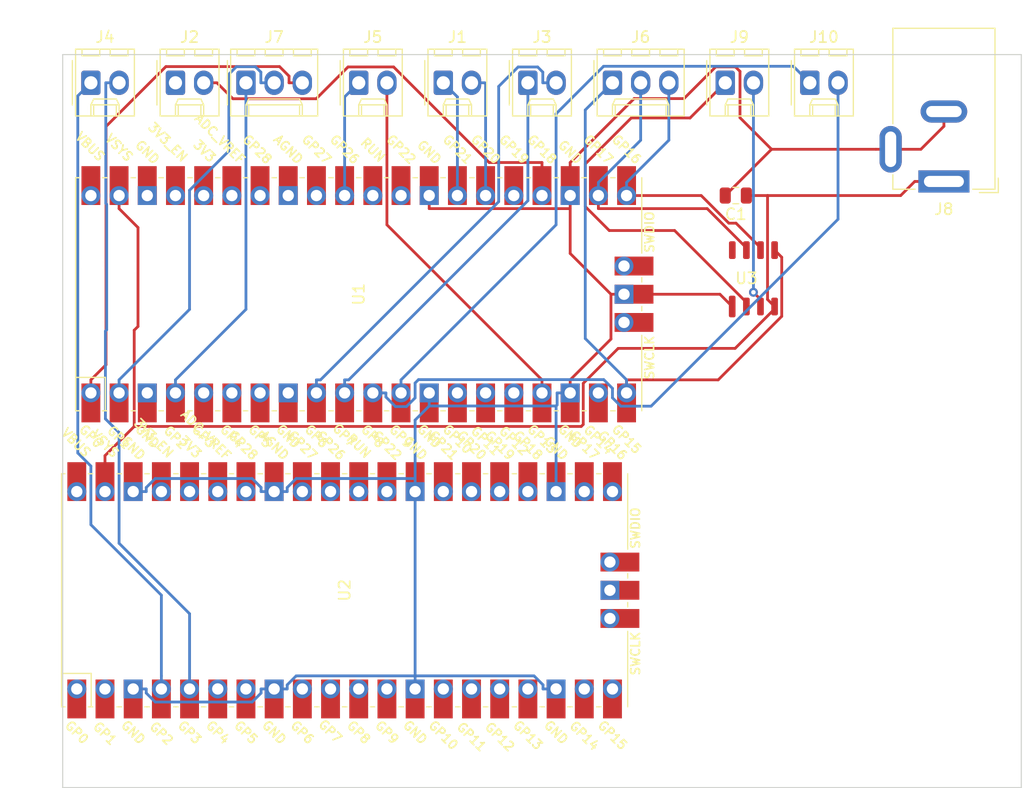
<source format=kicad_pcb>
(kicad_pcb (version 20221018) (generator pcbnew)
  (layers (0 "F.Cu" signal) (31 "B.Cu" signal) (34 "B.Paste" user) (35 "F.Paste" user) (36 "B.SilkS" user "B.Silkscreen") (37 "F.SilkS" user "F.Silkscreen") (38 "B.Mask" user) (39 "F.Mask" user) (44 "Edge.Cuts" user))
  (net 0 "")
  (net 1 "Rotary_Button")
  (net 2 "Rotary_DT")
  (net 4 "Rotary_CLK")
  (net 9 "Display_SDA")
  (net 10 "Display_SCL")
  (net 11 "UART_TX")
  (net 12 "UART_RX")
  (net 14 "UART_RX_W")
  (net 17 "GroupHeadSolenoid")
  (net 19 "UART_TX_W")
  (net 20 "MAX6675_SCK")
  (net 21 "MAX6675_CS")
  (net 22 "MAX6675_SO")
  (net 24 "DimmerPWM")
  (net 25 "PressureSDA")
  (net 26 "PressureSCL")
  (net 29 "Heater")
  (net 73 "5V")
  (net 74 "GND")
  (net 75 "T-")
  (net 76 "T+")
  (footprint "Connector_Molex:Molex_KK-254_AE-6410-02A_1x02_P2.54mm_Vertical" (layer "F.Cu") (at 168.91 38.1)
    (fp_text reference "J9")
    (fp_text value "Conn_01x02_Male")
  )
  (footprint "Connector_Molex:Molex_KK-254_AE-6410-02A_1x02_P2.54mm_Vertical" (layer "F.Cu") (at 151.13 38.1)
    (fp_text reference "J3")
    (fp_text value "Conn_01x02_Male")
  )
  (footprint "Connector_Molex:Molex_KK-254_AE-6410-02A_1x02_P2.54mm_Vertical" (layer "F.Cu") (at 119.38 38.1)
    (fp_text reference "J2")
    (fp_text value "Conn_01x02_Male")
  )
  (footprint "OpenCoffeePartsFootprint:MAX6675" (layer "F.Cu") (at 170.815 48.095)
    (fp_text reference "U3")
    (fp_text value "MAX6675")
  )
  (footprint "Connector_Molex:Molex_KK-254_AE-6410-02A_1x02_P2.54mm_Vertical" (layer "F.Cu") (at 176.53 38.1)
    (fp_text reference "J10")
    (fp_text value "Conn_01x02_Male")
  )
  (footprint "Connector_Molex:Molex_KK-254_AE-6410-02A_1x02_P2.54mm_Vertical" (layer "F.Cu") (at 135.89 38.1)
    (fp_text reference "J5")
    (fp_text value "Conn_01x02_Male")
  )
  (footprint "Connector_Molex:Molex_KK-254_AE-6410-03A_1x03_P2.54mm_Vertical" (layer "F.Cu") (at 125.73 38.1)
    (fp_text reference "J7")
    (fp_text value "Conn_01x03_Male")
  )
  (footprint "Connector_Molex:Molex_KK-254_AE-6410-02A_1x02_P2.54mm_Vertical" (layer "F.Cu") (at 143.51 38.1)
    (fp_text reference "J1")
    (fp_text value "Conn_01x02_Male")
  )
  (footprint "MCU_RaspberryPi_and_Boards:RPi_Pico_SMD_TH_WIFI" (layer "F.Cu") (at 134.62 83.82 90)
    (fp_text reference "U2")
    (fp_text value "Pico_WiFi")
  )
  (footprint "Connector_Molex:Molex_KK-254_AE-6410-02A_1x02_P2.54mm_Vertical" (layer "F.Cu") (at 111.76 38.1)
    (fp_text reference "J4")
    (fp_text value "Conn_01x02_Male")
  )
  (footprint "Connector_BarrelJack:BarrelJack_GCT_DCJ200-10-A_Horizontal" (layer "F.Cu") (at 188.61 46.99 180)
    (fp_text reference "J8")
    (fp_text value "Barrel_Jack_Switch")
  )
  (footprint "Capacitor_SMD:C_0805_2012Metric" (layer "F.Cu") (at 169.86 48.26 180)
    (fp_text reference "C1")
    (fp_text value "C")
  )
  (footprint "Connector_Molex:Molex_KK-254_AE-6410-03A_1x03_P2.54mm_Vertical" (layer "F.Cu") (at 158.75 38.1)
    (fp_text reference "J6")
    (fp_text value "Conn_01x03_Male")
  )
  (footprint "MCU_RaspberryPi_and_Boards:RPi_Pico_SMD_TH" (layer "F.Cu") (at 135.89 57.15 90)
    (fp_text reference "U1")
    (fp_text value "Pico")
  )
  (gr_line (start 195.58 101.6) (end 109.22 101.6) (stroke (width 0.1)) (layer "Edge.Cuts"))
  (gr_line (start 195.58 35.56) (end 195.58 101.6) (stroke (width 0.1)) (layer "Edge.Cuts"))
  (gr_line (start 109.22 35.56) (end 195.58 35.56) (stroke (width 0.1)) (layer "Edge.Cuts"))
  (gr_line (start 109.22 35.56) (end 109.22 101.6) (stroke (width 0.1)) (layer "Edge.Cuts"))
  (segment (start 113.1231 63.5) (end 111.76 64.8631) (width 0.25) (layer "F.Cu") (net 1))
  (segment (start 130.81 38.1) (end 129.6131 38.1) (width 0.25) (layer "F.Cu") (net 1))
  (segment (start 128.7529 36.6414) (end 118.5158 36.6414) (width 0.25) (layer "F.Cu") (net 1))
  (segment (start 113.1231 42.0341) (end 113.1231 63.5) (width 0.25) (layer "F.Cu") (net 1))
  (segment (start 118.5158 36.6414) (end 113.1231 42.0341) (width 0.25) (layer "F.Cu") (net 1))
  (segment (start 111.76 66.04) (end 111.76 64.8631) (width 0.25) (layer "F.Cu") (net 1))
  (segment (start 129.6131 38.1) (end 129.6131 37.5016) (width 0.25) (layer "F.Cu") (net 1))
  (segment (start 129.6131 37.5016) (end 128.7529 36.6414) (width 0.25) (layer "F.Cu") (net 1))
  (segment (start 127.0731 37.1411) (end 126.5843 36.6523) (width 0.25) (layer "B.Cu") (net 2))
  (segment (start 126.5843 36.6523) (end 124.865 36.6523) (width 0.25) (layer "B.Cu") (net 2))
  (segment (start 128.27 38.1) (end 127.0731 38.1) (width 0.25) (layer "B.Cu") (net 2))
  (segment (start 124.1905 44.2385) (end 120.647 47.782) (width 0.25) (layer "B.Cu") (net 2))
  (segment (start 124.1905 37.3268) (end 124.1905 44.2385) (width 0.25) (layer "B.Cu") (net 2))
  (segment (start 120.647 58.5161) (end 114.3 64.8631) (width 0.25) (layer "B.Cu") (net 2))
  (segment (start 120.647 47.782) (end 120.647 58.5161) (width 0.25) (layer "B.Cu") (net 2))
  (segment (start 114.3 66.04) (end 114.3 64.8631) (width 0.25) (layer "B.Cu") (net 2))
  (segment (start 124.865 36.6523) (end 124.1905 37.3268) (width 0.25) (layer "B.Cu") (net 2))
  (segment (start 127.0731 38.1) (end 127.0731 37.1411) (width 0.25) (layer "B.Cu") (net 2))
  (segment (start 119.38 64.8631) (end 125.73 58.5131) (width 0.25) (layer "B.Cu") (net 4))
  (segment (start 119.38 66.04) (end 119.38 64.8631) (width 0.25) (layer "B.Cu") (net 4))
  (segment (start 125.73 58.5131) (end 125.73 38.1) (width 0.25) (layer "B.Cu") (net 4))
  (segment (start 148.4988 38.4283) (end 150.251 36.6761) (width 0.25) (layer "B.Cu") (net 9))
  (segment (start 152.4731 37.1411) (end 152.4731 38.1) (width 0.25) (layer "B.Cu") (net 9))
  (segment (start 132.4478 64.8631) (end 148.4988 48.8121) (width 0.25) (layer "B.Cu") (net 9))
  (segment (start 148.4988 48.8121) (end 148.4988 38.4283) (width 0.25) (layer "B.Cu") (net 9))
  (segment (start 152.0081 36.6761) (end 152.4731 37.1411) (width 0.25) (layer "B.Cu") (net 9))
  (segment (start 132.08 66.04) (end 132.08 64.8631) (width 0.25) (layer "B.Cu") (net 9))
  (segment (start 153.67 38.1) (end 152.4731 38.1) (width 0.25) (layer "B.Cu") (net 9))
  (segment (start 150.251 36.6761) (end 152.0081 36.6761) (width 0.25) (layer "B.Cu") (net 9))
  (segment (start 132.08 64.8631) (end 132.4478 64.8631) (width 0.25) (layer "B.Cu") (net 9))
  (segment (start 134.9878 64.8631) (end 151.13 48.7209) (width 0.25) (layer "B.Cu") (net 10))
  (segment (start 151.13 48.7209) (end 151.13 38.1) (width 0.25) (layer "B.Cu") (net 10))
  (segment (start 134.62 64.8631) (end 134.9878 64.8631) (width 0.25) (layer "B.Cu") (net 10))
  (segment (start 134.62 66.04) (end 134.62 64.8631) (width 0.25) (layer "B.Cu") (net 10))
  (segment (start 162.2285 67.236) (end 159.5042 67.236) (width 0.25) (layer "B.Cu") (net 11))
  (segment (start 140.1843 67.2717) (end 139.2028 67.2717) (width 0.25) (layer "B.Cu") (net 11))
  (segment (start 158.75 66.4818) (end 158.75 65.6308) (width 0.25) (layer "B.Cu") (net 11))
  (segment (start 159.5042 67.236) (end 158.75 66.4818) (width 0.25) (layer "B.Cu") (net 11))
  (segment (start 137.16 66.04) (end 138.3369 66.04) (width 0.25) (layer "B.Cu") (net 11))
  (segment (start 157.9603 64.8411) (end 141.2766 64.8411) (width 0.25) (layer "B.Cu") (net 11))
  (segment (start 179.07 50.3945) (end 162.2285 67.236) (width 0.25) (layer "B.Cu") (net 11))
  (segment (start 141.2766 64.8411) (end 140.9701 65.1476) (width 0.25) (layer "B.Cu") (net 11))
  (segment (start 140.9701 65.1476) (end 140.9701 66.4859) (width 0.25) (layer "B.Cu") (net 11))
  (segment (start 139.2028 67.2717) (end 138.3369 66.4058) (width 0.25) (layer "B.Cu") (net 11))
  (segment (start 179.07 38.1) (end 179.07 50.3945) (width 0.25) (layer "B.Cu") (net 11))
  (segment (start 140.9701 66.4859) (end 140.1843 67.2717) (width 0.25) (layer "B.Cu") (net 11))
  (segment (start 158.75 65.6308) (end 157.9603 64.8411) (width 0.25) (layer "B.Cu") (net 11))
  (segment (start 138.3369 66.4058) (end 138.3369 66.04) (width 0.25) (layer "B.Cu") (net 11))
  (segment (start 153.6701 50.893) (end 153.6701 40.8899) (width 0.25) (layer "B.Cu") (net 12))
  (segment (start 139.7 64.8631) (end 153.6701 50.893) (width 0.25) (layer "B.Cu") (net 12))
  (segment (start 175.0433 36.6133) (end 176.53 38.1) (width 0.25) (layer "B.Cu") (net 12))
  (segment (start 139.7 66.04) (end 139.7 64.8631) (width 0.25) (layer "B.Cu") (net 12))
  (segment (start 153.6701 40.8899) (end 157.9467 36.6133) (width 0.25) (layer "B.Cu") (net 12))
  (segment (start 157.9467 36.6133) (end 175.0433 36.6133) (width 0.25) (layer "B.Cu") (net 12))
  (segment (start 118.11 92.71) (end 118.11 91.5331) (width 0.25) (layer "B.Cu") (net 14))
  (segment (start 111.76 72.6318) (end 111.76 77.91) (width 0.25) (layer "B.Cu") (net 14))
  (segment (start 118.11 84.26) (end 118.11 91.5331) (width 0.25) (layer "B.Cu") (net 14))
  (segment (start 110.5798 39.2802) (end 110.5798 71.4516) (width 0.25) (layer "B.Cu") (net 14))
  (segment (start 111.76 77.91) (end 118.11 84.26) (width 0.25) (layer "B.Cu") (net 14))
  (segment (start 111.76 38.1) (end 110.5798 39.2802) (width 0.25) (layer "B.Cu") (net 14))
  (segment (start 110.5798 71.4516) (end 111.76 72.6318) (width 0.25) (layer "B.Cu") (net 14))
  (segment (start 138.43 50.8931) (end 138.43 38.1) (width 0.25) (layer "F.Cu") (net 17))
  (segment (start 152.4 64.8631) (end 138.43 50.8931) (width 0.25) (layer "F.Cu") (net 17))
  (segment (start 152.4 66.04) (end 152.4 64.8631) (width 0.25) (layer "F.Cu") (net 17))
  (segment (start 114.3001 69.6083) (end 113.0689 68.3771) (width 0.25) (layer "B.Cu") (net 19))
  (segment (start 114.3001 79.5861) (end 114.3001 69.6083) (width 0.25) (layer "B.Cu") (net 19))
  (segment (start 114.3 38.1) (end 113.1031 38.1) (width 0.25) (layer "B.Cu") (net 19))
  (segment (start 113.1836 60.3569) (end 113.1836 49.0438) (width 0.25) (layer "B.Cu") (net 19))
  (segment (start 120.65 85.936) (end 114.3001 79.5861) (width 0.25) (layer "B.Cu") (net 19))
  (segment (start 113.0689 68.3771) (end 113.0689 60.4716) (width 0.25) (layer "B.Cu") (net 19))
  (segment (start 113.1031 48.9633) (end 113.1031 38.1) (width 0.25) (layer "B.Cu") (net 19))
  (segment (start 120.65 92.71) (end 120.65 85.936) (width 0.25) (layer "B.Cu") (net 19))
  (segment (start 113.1836 49.0438) (end 113.1031 48.9633) (width 0.25) (layer "B.Cu") (net 19))
  (segment (start 113.0689 60.4716) (end 113.1836 60.3569) (width 0.25) (layer "B.Cu") (net 19))
  (segment (start 173.999 59.14) (end 173.999 53.819) (width 0.25) (layer "F.Cu") (net 20))
  (segment (start 168.2759 64.8631) (end 173.999 59.14) (width 0.25) (layer "F.Cu") (net 20))
  (segment (start 160.02 66.04) (end 160.02 64.8631) (width 0.25) (layer "F.Cu") (net 20))
  (segment (start 160.02 64.8631) (end 168.2759 64.8631) (width 0.25) (layer "F.Cu") (net 20))
  (segment (start 173.999 53.819) (end 173.355 53.175) (width 0.25) (layer "F.Cu") (net 20))
  (segment (start 156.2989 40.5511) (end 156.2989 61.142) (width 0.25) (layer "B.Cu") (net 20))
  (segment (start 158.75 38.1) (end 156.2989 40.5511) (width 0.25) (layer "B.Cu") (net 20))
  (segment (start 156.2989 61.142) (end 160.02 64.8631) (width 0.25) (layer "B.Cu") (net 20))
  (segment (start 160.02 66.04) (end 160.02 64.8631) (width 0.25) (layer "B.Cu") (net 20))
  (segment (start 169.2331 50.7484) (end 169.8812 50.7484) (width 0.25) (layer "F.Cu") (net 21))
  (segment (start 160.02 48.26) (end 166.7447 48.26) (width 0.25) (layer "F.Cu") (net 21))
  (segment (start 166.7447 48.26) (end 169.2331 50.7484) (width 0.25) (layer "F.Cu") (net 21))
  (segment (start 172.085 52.9522) (end 172.085 53.175) (width 0.25) (layer "F.Cu") (net 21))
  (segment (start 169.8812 50.7484) (end 172.085 52.9522) (width 0.25) (layer "F.Cu") (net 21))
  (segment (start 163.83 43.2731) (end 163.83 38.1) (width 0.25) (layer "B.Cu") (net 21))
  (segment (start 160.02 48.26) (end 160.02 47.0831) (width 0.25) (layer "B.Cu") (net 21))
  (segment (start 160.02 47.0831) (end 163.83 43.2731) (width 0.25) (layer "B.Cu") (net 21))
  (segment (start 157.48 49.4369) (end 167.2825 49.4369) (width 0.25) (layer "F.Cu") (net 22))
  (segment (start 167.2825 49.4369) (end 170.8149 52.9693) (width 0.25) (layer "F.Cu") (net 22))
  (segment (start 157.48 48.26) (end 157.48 49.4369) (width 0.25) (layer "F.Cu") (net 22))
  (segment (start 170.8149 52.9693) (end 170.815 52.9693) (width 0.25) (layer "F.Cu") (net 22))
  (segment (start 170.815 52.9693) (end 170.815 53.175) (width 0.25) (layer "F.Cu") (net 22))
  (segment (start 161.29 43.2731) (end 161.29 38.1) (width 0.25) (layer "B.Cu") (net 22))
  (segment (start 157.48 48.26) (end 157.48 47.0831) (width 0.25) (layer "B.Cu") (net 22))
  (segment (start 157.48 47.0831) (end 161.29 43.2731) (width 0.25) (layer "B.Cu") (net 22))
  (segment (start 121.92 38.1) (end 123.1169 38.1) (width 0.25) (layer "F.Cu") (net 24))
  (segment (start 124.5535 39.5366) (end 123.1169 38.1) (width 0.25) (layer "F.Cu") (net 24))
  (segment (start 134.9243 36.6742) (end 132.0619 39.5366) (width 0.25) (layer "F.Cu") (net 24))
  (segment (start 139.0322 36.6742) (end 134.9243 36.6742) (width 0.25) (layer "F.Cu") (net 24))
  (segment (start 152.4 48.26) (end 152.4 45.2831) (width 0.25) (layer "F.Cu") (net 24))
  (segment (start 132.0619 39.5366) (end 124.5535 39.5366) (width 0.25) (layer "F.Cu") (net 24))
  (segment (start 147.6411 45.2831) (end 139.0322 36.6742) (width 0.25) (layer "F.Cu") (net 24))
  (segment (start 152.4 45.2831) (end 147.6411 45.2831) (width 0.25) (layer "F.Cu") (net 24))
  (segment (start 147.32 38.1731) (end 147.2469 38.1) (width 0.25) (layer "B.Cu") (net 25))
  (segment (start 147.32 48.26) (end 147.32 38.1731) (width 0.25) (layer "B.Cu") (net 25))
  (segment (start 146.05 38.1) (end 147.2469 38.1) (width 0.25) (layer "B.Cu") (net 25))
  (segment (start 144.78 39.37) (end 143.51 38.1) (width 0.25) (layer "B.Cu") (net 26))
  (segment (start 144.78 48.26) (end 144.78 39.37) (width 0.25) (layer "B.Cu") (net 26))
  (segment (start 134.62 39.37) (end 135.89 38.1) (width 0.25) (layer "B.Cu") (net 29))
  (segment (start 134.62 48.26) (end 134.62 39.37) (width 0.25) (layer "B.Cu") (net 29))
  (segment (start 170.81 48.26) (end 172.72 48.26) (width 0.25) (layer "F.Cu") (net 73))
  (segment (start 155.9353 69.0604) (end 156.1169 68.8788) (width 0.25) (layer "F.Cu") (net 73))
  (segment (start 116.0038 60.0516) (end 115.6631 60.3923) (width 0.25) (layer "F.Cu") (net 73))
  (segment (start 172.72 48.26) (end 184.7131 48.26) (width 0.25) (layer "F.Cu") (net 73))
  (segment (start 114.3 49.4369) (end 116.0038 51.1407) (width 0.25) (layer "F.Cu") (net 73))
  (segment (start 115.6631 69.0604) (end 113.03 71.6935) (width 0.25) (layer "F.Cu") (net 73))
  (segment (start 188.61 46.99) (end 185.9831 46.99) (width 0.25) (layer "F.Cu") (net 73))
  (segment (start 115.6631 69.0604) (end 155.9353 69.0604) (width 0.25) (layer "F.Cu") (net 73))
  (segment (start 116.0038 51.1407) (end 116.0038 60.0516) (width 0.25) (layer "F.Cu") (net 73))
  (segment (start 172.72 57.62) (end 173.355 58.255) (width 0.25) (layer "F.Cu") (net 73))
  (segment (start 159.2647 62.0273) (end 169.7994 62.0273) (width 0.25) (layer "F.Cu") (net 73))
  (segment (start 156.1169 68.8788) (end 156.1169 65.1751) (width 0.25) (layer "F.Cu") (net 73))
  (segment (start 156.1169 65.1751) (end 159.2647 62.0273) (width 0.25) (layer "F.Cu") (net 73))
  (segment (start 173.355 58.4717) (end 173.355 58.255) (width 0.25) (layer "F.Cu") (net 73))
  (segment (start 114.3 48.26) (end 114.3 49.4369) (width 0.25) (layer "F.Cu") (net 73))
  (segment (start 113.03 71.6935) (end 113.03 74.93) (width 0.25) (layer "F.Cu") (net 73))
  (segment (start 169.7994 62.0273) (end 173.355 58.4717) (width 0.25) (layer "F.Cu") (net 73))
  (segment (start 184.7131 48.26) (end 185.9831 46.99) (width 0.25) (layer "F.Cu") (net 73))
  (segment (start 115.6631 60.3923) (end 115.6631 69.0604) (width 0.25) (layer "F.Cu") (net 73))
  (segment (start 172.72 48.26) (end 172.72 57.62) (width 0.25) (layer "F.Cu") (net 73))
  (segment (start 142.24 48.26) (end 142.24 49.4369) (width 0.25) (layer "F.Cu") (net 74))
  (segment (start 170.2381 37.0753) (end 169.8278 36.665) (width 0.25) (layer "F.Cu") (net 74))
  (segment (start 165.1927 39.5219) (end 160.7012 39.5219) (width 0.25) (layer "F.Cu") (net 74))
  (segment (start 154.94 48.8484) (end 154.94 48.26) (width 0.25) (layer "F.Cu") (net 74))
  (segment (start 168.0496 36.665) (end 165.1927 39.5219) (width 0.25) (layer "F.Cu") (net 74))
  (segment (start 170.2381 41.2481) (end 170.2381 37.0753) (width 0.25) (layer "F.Cu") (net 74))
  (segment (start 142.24 49.4369) (end 154.94 49.4369) (width 0.25) (layer "F.Cu") (net 74))
  (segment (start 154.94 49.4369) (end 154.94 53.4769) (width 0.25) (layer "F.Cu") (net 74))
  (segment (start 160.7012 39.5219) (end 154.94 45.2831) (width 0.25) (layer "F.Cu") (net 74))
  (segment (start 168.43 57.15) (end 169.535 58.255) (width 0.25) (layer "F.Cu") (net 74))
  (segment (start 173.08 44.09) (end 182.4831 44.09) (width 0.25) (layer "F.Cu") (net 74))
  (segment (start 168.91 48.26) (end 173.08 44.09) (width 0.25) (layer "F.Cu") (net 74))
  (segment (start 183.81 44.09) (end 186.5369 44.09) (width 0.25) (layer "F.Cu") (net 74))
  (segment (start 173.08 44.09) (end 170.2381 41.2481) (width 0.25) (layer "F.Cu") (net 74))
  (segment (start 159.79 57.15) (end 158.6131 57.15) (width 0.25) (layer "F.Cu") (net 74))
  (segment (start 169.8278 36.665) (end 168.0496 36.665) (width 0.25) (layer "F.Cu") (net 74))
  (segment (start 158.6131 57.15) (end 158.6131 61.19) (width 0.25) (layer "F.Cu") (net 74))
  (segment (start 154.94 66.04) (end 154.94 64.8631) (width 0.25) (layer "F.Cu") (net 74))
  (segment (start 158.6131 61.19) (end 154.94 64.8631) (width 0.25) (layer "F.Cu") (net 74))
  (segment (start 186.5369 44.09) (end 188.61 42.0169) (width 0.25) (layer "F.Cu") (net 74))
  (segment (start 188.61 40.69) (end 188.61 42.0169) (width 0.25) (layer "F.Cu") (net 74))
  (segment (start 154.94 53.4769) (end 158.6131 57.15) (width 0.25) (layer "F.Cu") (net 74))
  (segment (start 183.81 44.09) (end 182.4831 44.09) (width 0.25) (layer "F.Cu") (net 74))
  (segment (start 159.79 57.15) (end 168.43 57.15) (width 0.25) (layer "F.Cu") (net 74))
  (segment (start 154.94 48.26) (end 154.94 45.2831) (width 0.25) (layer "F.Cu") (net 74))
  (segment (start 154.94 48.8484) (end 154.94 49.4369) (width 0.25) (layer "F.Cu") (net 74))
  (segment (start 153.67 67.2169) (end 142.24 67.2169) (width 0.25) (layer "B.Cu") (net 74))
  (segment (start 127.0931 93.0778) (end 126.284 93.8869) (width 0.25) (layer "B.Cu") (net 74))
  (segment (start 142.24 66.04) (end 142.24 67.2169) (width 0.25) (layer "B.Cu") (net 74))
  (segment (start 140.97 91.5308) (end 130.2583 91.5308) (width 0.25) (layer "B.Cu") (net 74))
  (segment (start 140.97 68.4869) (end 142.24 67.2169) (width 0.25) (layer "B.Cu") (net 74))
  (segment (start 129.4469 92.3422) (end 129.4469 92.71) (width 0.25) (layer "B.Cu") (net 74))
  (segment (start 128.27 92.71) (end 129.4469 92.71) (width 0.25) (layer "B.Cu") (net 74))
  (segment (start 128.27 74.93) (end 127.0931 74.93) (width 0.25) (layer "B.Cu") (net 74))
  (segment (start 154.94 66.04) (end 153.7631 66.04) (width 0.25) (layer "B.Cu") (net 74))
  (segment (start 115.57 92.71) (end 116.7469 92.71) (width 0.25) (layer "B.Cu") (net 74))
  (segment (start 116.7469 93.0779) (end 116.7469 92.71) (width 0.25) (layer "B.Cu") (net 74))
  (segment (start 127.0931 92.71) (end 127.0931 93.0778) (width 0.25) (layer "B.Cu") (net 74))
  (segment (start 117.556 73.7531) (end 126.2841 73.7531) (width 0.25) (layer "B.Cu") (net 74))
  (segment (start 153.67 92.71) (end 152.4931 92.71) (width 0.25) (layer "B.Cu") (net 74))
  (segment (start 128.27 74.93) (end 129.4469 74.93) (width 0.25) (layer "B.Cu") (net 74))
  (segment (start 130.2583 91.5308) (end 129.4469 92.3422) (width 0.25) (layer "B.Cu") (net 74))
  (segment (start 140.97 74.93) (end 140.97 91.5308) (width 0.25) (layer "B.Cu") (net 74))
  (segment (start 140.97 73.7531) (end 140.97 74.93) (width 0.25) (layer "B.Cu") (net 74))
  (segment (start 128.27 92.71) (end 127.0931 92.71) (width 0.25) (layer "B.Cu") (net 74))
  (segment (start 116.7469 74.5622) (end 117.556 73.7531) (width 0.25) (layer "B.Cu") (net 74))
  (segment (start 116.7469 74.93) (end 116.7469 74.5622) (width 0.25) (layer "B.Cu") (net 74))
  (segment (start 127.0931 74.5621) (end 127.0931 74.93) (width 0.25) (layer "B.Cu") (net 74))
  (segment (start 152.4931 92.3422) (end 152.4931 92.71) (width 0.25) (layer "B.Cu") (net 74))
  (segment (start 126.2841 73.7531) (end 127.0931 74.5621) (width 0.25) (layer "B.Cu") (net 74))
  (segment (start 153.67 67.2169) (end 153.67 73.7531) (width 0.25) (layer "B.Cu") (net 74))
  (segment (start 126.284 93.8869) (end 117.5559 93.8869) (width 0.25) (layer "B.Cu") (net 74))
  (segment (start 140.97 91.5308) (end 140.97 92.71) (width 0.25) (layer "B.Cu") (net 74))
  (segment (start 140.97 73.7531) (end 140.97 68.4869) (width 0.25) (layer "B.Cu") (net 74))
  (segment (start 151.6817 91.5308) (end 152.4931 92.3422) (width 0.25) (layer "B.Cu") (net 74))
  (segment (start 153.7631 66.04) (end 153.7631 67.1238) (width 0.25) (layer "B.Cu") (net 74))
  (segment (start 153.7631 67.1238) (end 153.67 67.2169) (width 0.25) (layer "B.Cu") (net 74))
  (segment (start 130.2559 73.7531) (end 129.4469 74.5621) (width 0.25) (layer "B.Cu") (net 74))
  (segment (start 115.57 74.93) (end 116.7469 74.93) (width 0.25) (layer "B.Cu") (net 74))
  (segment (start 140.97 73.7531) (end 130.2559 73.7531) (width 0.25) (layer "B.Cu") (net 74))
  (segment (start 153.67 74.93) (end 153.67 73.7531) (width 0.25) (layer "B.Cu") (net 74))
  (segment (start 140.97 91.5308) (end 151.6817 91.5308) (width 0.25) (layer "B.Cu") (net 74))
  (segment (start 129.4469 74.5621) (end 129.4469 74.93) (width 0.25) (layer "B.Cu") (net 74))
  (segment (start 117.5559 93.8869) (end 116.7469 93.0779) (width 0.25) (layer "B.Cu") (net 74))
  (segment (start 156.3031 49.2544) (end 158.4587 51.41) (width 0.25) (layer "F.Cu") (net 75))
  (segment (start 164.3483 51.41) (end 170.815 57.8767) (width 0.25) (layer "F.Cu") (net 75))
  (segment (start 170.815 57.8767) (end 170.815 58.255) (width 0.25) (layer "F.Cu") (net 75))
  (segment (start 160.4446 41.2686) (end 156.3031 45.4101) (width 0.25) (layer "F.Cu") (net 75))
  (segment (start 158.4587 51.41) (end 164.3483 51.41) (width 0.25) (layer "F.Cu") (net 75))
  (segment (start 165.7415 41.2685) (end 165.7415 41.2686) (width 0.25) (layer "F.Cu") (net 75))
  (segment (start 156.3031 45.4101) (end 156.3031 49.2544) (width 0.25) (layer "F.Cu") (net 75))
  (segment (start 168.91 38.1) (end 165.7415 41.2685) (width 0.25) (layer "F.Cu") (net 75))
  (segment (start 165.7415 41.2686) (end 160.4446 41.2686) (width 0.25) (layer "F.Cu") (net 75))
  (segment (start 172.085 57.6099) (end 171.45 56.9749) (width 0.25) (layer "F.Cu") (net 76))
  (segment (start 172.085 58.255) (end 172.085 57.6099) (width 0.25) (layer "F.Cu") (net 76))
  (via (at 171.45 56.9749) (size 0.8) (drill 0.4) (layers "F.Cu" "B.Cu") (net 76))
  (segment (start 171.45 38.1) (end 171.45 56.9749) (width 0.25) (layer "B.Cu") (net 76))
)
</source>
